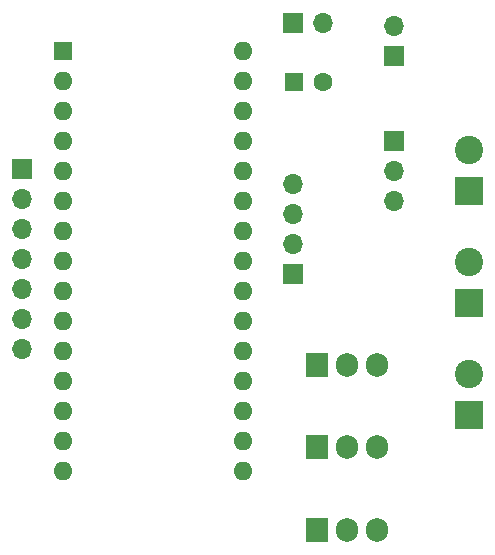
<source format=gbr>
%TF.GenerationSoftware,KiCad,Pcbnew,8.0.2*%
%TF.CreationDate,2025-02-28T20:58:28+01:00*%
%TF.ProjectId,K-Pillar,4b2d5069-6c6c-4617-922e-6b696361645f,rev?*%
%TF.SameCoordinates,Original*%
%TF.FileFunction,Soldermask,Bot*%
%TF.FilePolarity,Negative*%
%FSLAX46Y46*%
G04 Gerber Fmt 4.6, Leading zero omitted, Abs format (unit mm)*
G04 Created by KiCad (PCBNEW 8.0.2) date 2025-02-28 20:58:28*
%MOMM*%
%LPD*%
G01*
G04 APERTURE LIST*
%ADD10R,1.700000X1.700000*%
%ADD11O,1.700000X1.700000*%
%ADD12R,2.400000X2.400000*%
%ADD13C,2.400000*%
%ADD14R,1.905000X2.000000*%
%ADD15O,1.905000X2.000000*%
%ADD16R,1.600000X1.600000*%
%ADD17O,1.600000X1.600000*%
%ADD18C,1.600000*%
G04 APERTURE END LIST*
D10*
%TO.C,J1*%
X51000000Y-44800000D03*
D11*
X51000000Y-42260000D03*
X51000000Y-39720000D03*
X51000000Y-37180000D03*
%TD*%
D10*
%TO.C,J2*%
X28000000Y-35920000D03*
D11*
X28000000Y-38460000D03*
X28000000Y-41000000D03*
X28000000Y-43540000D03*
X28000000Y-46080000D03*
X28000000Y-48620000D03*
X28000000Y-51160000D03*
%TD*%
D10*
%TO.C,12V1*%
X59500000Y-26275000D03*
D11*
X59500000Y-23735000D03*
%TD*%
D12*
%TO.C,M1*%
X65900000Y-56750000D03*
D13*
X65900000Y-53250000D03*
%TD*%
D12*
%TO.C,M3*%
X65900000Y-37750000D03*
D13*
X65900000Y-34250000D03*
%TD*%
D14*
%TO.C,Q2*%
X52960000Y-59445000D03*
D15*
X55500000Y-59445000D03*
X58040000Y-59445000D03*
%TD*%
D16*
%TO.C,A1*%
X31500000Y-25920000D03*
D17*
X31500000Y-28460000D03*
X31500000Y-31000000D03*
X31500000Y-33540000D03*
X31500000Y-36080000D03*
X31500000Y-38620000D03*
X31500000Y-41160000D03*
X31500000Y-43700000D03*
X31500000Y-46240000D03*
X31500000Y-48780000D03*
X31500000Y-51320000D03*
X31500000Y-53860000D03*
X31500000Y-56400000D03*
X31500000Y-58940000D03*
X31500000Y-61480000D03*
X46740000Y-61480000D03*
X46740000Y-58940000D03*
X46740000Y-56400000D03*
X46740000Y-53860000D03*
X46740000Y-51320000D03*
X46740000Y-48780000D03*
X46740000Y-46240000D03*
X46740000Y-43700000D03*
X46740000Y-41160000D03*
X46740000Y-38620000D03*
X46740000Y-36080000D03*
X46740000Y-33540000D03*
X46740000Y-31000000D03*
X46740000Y-28460000D03*
X46740000Y-25920000D03*
%TD*%
D12*
%TO.C,M2*%
X65900000Y-47250000D03*
D13*
X65900000Y-43750000D03*
%TD*%
D10*
%TO.C,5V1*%
X50965000Y-23540000D03*
D11*
X53505000Y-23540000D03*
%TD*%
D14*
%TO.C,Q3*%
X52960000Y-52445000D03*
D15*
X55500000Y-52445000D03*
X58040000Y-52445000D03*
%TD*%
D14*
%TO.C,Q1*%
X52960000Y-66445000D03*
D15*
X55500000Y-66445000D03*
X58040000Y-66445000D03*
%TD*%
D10*
%TO.C,J3*%
X59500000Y-33475000D03*
D11*
X59500000Y-36015000D03*
X59500000Y-38555000D03*
%TD*%
D16*
%TO.C,C2*%
X51034888Y-28540000D03*
D18*
X53534888Y-28540000D03*
%TD*%
M02*

</source>
